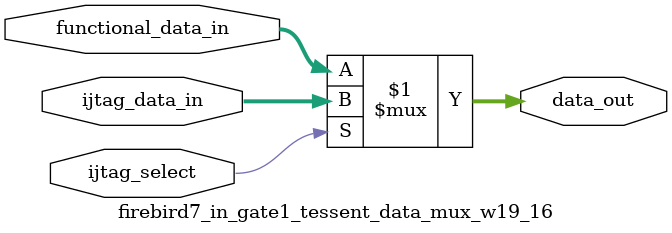
<source format=sv>

module firebird7_in_gate1_tessent_data_mux_w19_16 (
  input wire ijtag_select,
  input wire [18:0]  functional_data_in,
  input wire [18:0]  ijtag_data_in,
  output wire [18:0] data_out
);
assign data_out = (ijtag_select) ? ijtag_data_in : functional_data_in;
endmodule

</source>
